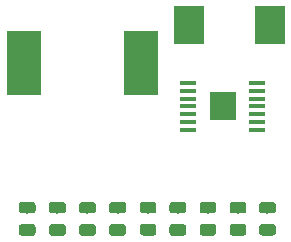
<source format=gbr>
G04 #@! TF.GenerationSoftware,KiCad,Pcbnew,(5.0.2)-1*
G04 #@! TF.CreationDate,2019-07-07T13:50:55+05:30*
G04 #@! TF.ProjectId,tps61500evm,74707336-3135-4303-9065-766d2e6b6963,rev?*
G04 #@! TF.SameCoordinates,Original*
G04 #@! TF.FileFunction,Paste,Top*
G04 #@! TF.FilePolarity,Positive*
%FSLAX46Y46*%
G04 Gerber Fmt 4.6, Leading zero omitted, Abs format (unit mm)*
G04 Created by KiCad (PCBNEW (5.0.2)-1) date 07/07/19 13:50:55*
%MOMM*%
%LPD*%
G01*
G04 APERTURE LIST*
%ADD10R,1.473200X0.355600*%
%ADD11R,2.311400X2.463800*%
%ADD12R,2.500000X3.300000*%
%ADD13C,0.100000*%
%ADD14C,0.975000*%
%ADD15R,2.900000X5.400000*%
G04 APERTURE END LIST*
D10*
G04 #@! TO.C,U1*
X48679000Y-24044200D03*
X48679000Y-24704600D03*
X48679000Y-25339600D03*
X48679000Y-26000000D03*
X48679000Y-26660400D03*
X48679000Y-27295400D03*
X48679000Y-27955800D03*
X54521000Y-27955800D03*
X54521000Y-27295400D03*
X54521000Y-26660400D03*
X54521000Y-26000000D03*
X54521000Y-25339600D03*
X54521000Y-24704600D03*
X54521000Y-24044200D03*
D11*
X51600000Y-26000000D03*
G04 #@! TD*
D12*
G04 #@! TO.C,D1*
X55590000Y-19080000D03*
X48790000Y-19080000D03*
G04 #@! TD*
D13*
G04 #@! TO.C,C1*
G36*
X35540142Y-34086174D02*
X35563803Y-34089684D01*
X35587007Y-34095496D01*
X35609529Y-34103554D01*
X35631153Y-34113782D01*
X35651670Y-34126079D01*
X35670883Y-34140329D01*
X35688607Y-34156393D01*
X35704671Y-34174117D01*
X35718921Y-34193330D01*
X35731218Y-34213847D01*
X35741446Y-34235471D01*
X35749504Y-34257993D01*
X35755316Y-34281197D01*
X35758826Y-34304858D01*
X35760000Y-34328750D01*
X35760000Y-34816250D01*
X35758826Y-34840142D01*
X35755316Y-34863803D01*
X35749504Y-34887007D01*
X35741446Y-34909529D01*
X35731218Y-34931153D01*
X35718921Y-34951670D01*
X35704671Y-34970883D01*
X35688607Y-34988607D01*
X35670883Y-35004671D01*
X35651670Y-35018921D01*
X35631153Y-35031218D01*
X35609529Y-35041446D01*
X35587007Y-35049504D01*
X35563803Y-35055316D01*
X35540142Y-35058826D01*
X35516250Y-35060000D01*
X34603750Y-35060000D01*
X34579858Y-35058826D01*
X34556197Y-35055316D01*
X34532993Y-35049504D01*
X34510471Y-35041446D01*
X34488847Y-35031218D01*
X34468330Y-35018921D01*
X34449117Y-35004671D01*
X34431393Y-34988607D01*
X34415329Y-34970883D01*
X34401079Y-34951670D01*
X34388782Y-34931153D01*
X34378554Y-34909529D01*
X34370496Y-34887007D01*
X34364684Y-34863803D01*
X34361174Y-34840142D01*
X34360000Y-34816250D01*
X34360000Y-34328750D01*
X34361174Y-34304858D01*
X34364684Y-34281197D01*
X34370496Y-34257993D01*
X34378554Y-34235471D01*
X34388782Y-34213847D01*
X34401079Y-34193330D01*
X34415329Y-34174117D01*
X34431393Y-34156393D01*
X34449117Y-34140329D01*
X34468330Y-34126079D01*
X34488847Y-34113782D01*
X34510471Y-34103554D01*
X34532993Y-34095496D01*
X34556197Y-34089684D01*
X34579858Y-34086174D01*
X34603750Y-34085000D01*
X35516250Y-34085000D01*
X35540142Y-34086174D01*
X35540142Y-34086174D01*
G37*
D14*
X35060000Y-34572500D03*
D13*
G36*
X35540142Y-35961174D02*
X35563803Y-35964684D01*
X35587007Y-35970496D01*
X35609529Y-35978554D01*
X35631153Y-35988782D01*
X35651670Y-36001079D01*
X35670883Y-36015329D01*
X35688607Y-36031393D01*
X35704671Y-36049117D01*
X35718921Y-36068330D01*
X35731218Y-36088847D01*
X35741446Y-36110471D01*
X35749504Y-36132993D01*
X35755316Y-36156197D01*
X35758826Y-36179858D01*
X35760000Y-36203750D01*
X35760000Y-36691250D01*
X35758826Y-36715142D01*
X35755316Y-36738803D01*
X35749504Y-36762007D01*
X35741446Y-36784529D01*
X35731218Y-36806153D01*
X35718921Y-36826670D01*
X35704671Y-36845883D01*
X35688607Y-36863607D01*
X35670883Y-36879671D01*
X35651670Y-36893921D01*
X35631153Y-36906218D01*
X35609529Y-36916446D01*
X35587007Y-36924504D01*
X35563803Y-36930316D01*
X35540142Y-36933826D01*
X35516250Y-36935000D01*
X34603750Y-36935000D01*
X34579858Y-36933826D01*
X34556197Y-36930316D01*
X34532993Y-36924504D01*
X34510471Y-36916446D01*
X34488847Y-36906218D01*
X34468330Y-36893921D01*
X34449117Y-36879671D01*
X34431393Y-36863607D01*
X34415329Y-36845883D01*
X34401079Y-36826670D01*
X34388782Y-36806153D01*
X34378554Y-36784529D01*
X34370496Y-36762007D01*
X34364684Y-36738803D01*
X34361174Y-36715142D01*
X34360000Y-36691250D01*
X34360000Y-36203750D01*
X34361174Y-36179858D01*
X34364684Y-36156197D01*
X34370496Y-36132993D01*
X34378554Y-36110471D01*
X34388782Y-36088847D01*
X34401079Y-36068330D01*
X34415329Y-36049117D01*
X34431393Y-36031393D01*
X34449117Y-36015329D01*
X34468330Y-36001079D01*
X34488847Y-35988782D01*
X34510471Y-35978554D01*
X34532993Y-35970496D01*
X34556197Y-35964684D01*
X34579858Y-35961174D01*
X34603750Y-35960000D01*
X35516250Y-35960000D01*
X35540142Y-35961174D01*
X35540142Y-35961174D01*
G37*
D14*
X35060000Y-36447500D03*
G04 #@! TD*
D13*
G04 #@! TO.C,R3*
G36*
X45780142Y-35951174D02*
X45803803Y-35954684D01*
X45827007Y-35960496D01*
X45849529Y-35968554D01*
X45871153Y-35978782D01*
X45891670Y-35991079D01*
X45910883Y-36005329D01*
X45928607Y-36021393D01*
X45944671Y-36039117D01*
X45958921Y-36058330D01*
X45971218Y-36078847D01*
X45981446Y-36100471D01*
X45989504Y-36122993D01*
X45995316Y-36146197D01*
X45998826Y-36169858D01*
X46000000Y-36193750D01*
X46000000Y-36681250D01*
X45998826Y-36705142D01*
X45995316Y-36728803D01*
X45989504Y-36752007D01*
X45981446Y-36774529D01*
X45971218Y-36796153D01*
X45958921Y-36816670D01*
X45944671Y-36835883D01*
X45928607Y-36853607D01*
X45910883Y-36869671D01*
X45891670Y-36883921D01*
X45871153Y-36896218D01*
X45849529Y-36906446D01*
X45827007Y-36914504D01*
X45803803Y-36920316D01*
X45780142Y-36923826D01*
X45756250Y-36925000D01*
X44843750Y-36925000D01*
X44819858Y-36923826D01*
X44796197Y-36920316D01*
X44772993Y-36914504D01*
X44750471Y-36906446D01*
X44728847Y-36896218D01*
X44708330Y-36883921D01*
X44689117Y-36869671D01*
X44671393Y-36853607D01*
X44655329Y-36835883D01*
X44641079Y-36816670D01*
X44628782Y-36796153D01*
X44618554Y-36774529D01*
X44610496Y-36752007D01*
X44604684Y-36728803D01*
X44601174Y-36705142D01*
X44600000Y-36681250D01*
X44600000Y-36193750D01*
X44601174Y-36169858D01*
X44604684Y-36146197D01*
X44610496Y-36122993D01*
X44618554Y-36100471D01*
X44628782Y-36078847D01*
X44641079Y-36058330D01*
X44655329Y-36039117D01*
X44671393Y-36021393D01*
X44689117Y-36005329D01*
X44708330Y-35991079D01*
X44728847Y-35978782D01*
X44750471Y-35968554D01*
X44772993Y-35960496D01*
X44796197Y-35954684D01*
X44819858Y-35951174D01*
X44843750Y-35950000D01*
X45756250Y-35950000D01*
X45780142Y-35951174D01*
X45780142Y-35951174D01*
G37*
D14*
X45300000Y-36437500D03*
D13*
G36*
X45780142Y-34076174D02*
X45803803Y-34079684D01*
X45827007Y-34085496D01*
X45849529Y-34093554D01*
X45871153Y-34103782D01*
X45891670Y-34116079D01*
X45910883Y-34130329D01*
X45928607Y-34146393D01*
X45944671Y-34164117D01*
X45958921Y-34183330D01*
X45971218Y-34203847D01*
X45981446Y-34225471D01*
X45989504Y-34247993D01*
X45995316Y-34271197D01*
X45998826Y-34294858D01*
X46000000Y-34318750D01*
X46000000Y-34806250D01*
X45998826Y-34830142D01*
X45995316Y-34853803D01*
X45989504Y-34877007D01*
X45981446Y-34899529D01*
X45971218Y-34921153D01*
X45958921Y-34941670D01*
X45944671Y-34960883D01*
X45928607Y-34978607D01*
X45910883Y-34994671D01*
X45891670Y-35008921D01*
X45871153Y-35021218D01*
X45849529Y-35031446D01*
X45827007Y-35039504D01*
X45803803Y-35045316D01*
X45780142Y-35048826D01*
X45756250Y-35050000D01*
X44843750Y-35050000D01*
X44819858Y-35048826D01*
X44796197Y-35045316D01*
X44772993Y-35039504D01*
X44750471Y-35031446D01*
X44728847Y-35021218D01*
X44708330Y-35008921D01*
X44689117Y-34994671D01*
X44671393Y-34978607D01*
X44655329Y-34960883D01*
X44641079Y-34941670D01*
X44628782Y-34921153D01*
X44618554Y-34899529D01*
X44610496Y-34877007D01*
X44604684Y-34853803D01*
X44601174Y-34830142D01*
X44600000Y-34806250D01*
X44600000Y-34318750D01*
X44601174Y-34294858D01*
X44604684Y-34271197D01*
X44610496Y-34247993D01*
X44618554Y-34225471D01*
X44628782Y-34203847D01*
X44641079Y-34183330D01*
X44655329Y-34164117D01*
X44671393Y-34146393D01*
X44689117Y-34130329D01*
X44708330Y-34116079D01*
X44728847Y-34103782D01*
X44750471Y-34093554D01*
X44772993Y-34085496D01*
X44796197Y-34079684D01*
X44819858Y-34076174D01*
X44843750Y-34075000D01*
X45756250Y-34075000D01*
X45780142Y-34076174D01*
X45780142Y-34076174D01*
G37*
D14*
X45300000Y-34562500D03*
G04 #@! TD*
D13*
G04 #@! TO.C,R2*
G36*
X50830142Y-34076174D02*
X50853803Y-34079684D01*
X50877007Y-34085496D01*
X50899529Y-34093554D01*
X50921153Y-34103782D01*
X50941670Y-34116079D01*
X50960883Y-34130329D01*
X50978607Y-34146393D01*
X50994671Y-34164117D01*
X51008921Y-34183330D01*
X51021218Y-34203847D01*
X51031446Y-34225471D01*
X51039504Y-34247993D01*
X51045316Y-34271197D01*
X51048826Y-34294858D01*
X51050000Y-34318750D01*
X51050000Y-34806250D01*
X51048826Y-34830142D01*
X51045316Y-34853803D01*
X51039504Y-34877007D01*
X51031446Y-34899529D01*
X51021218Y-34921153D01*
X51008921Y-34941670D01*
X50994671Y-34960883D01*
X50978607Y-34978607D01*
X50960883Y-34994671D01*
X50941670Y-35008921D01*
X50921153Y-35021218D01*
X50899529Y-35031446D01*
X50877007Y-35039504D01*
X50853803Y-35045316D01*
X50830142Y-35048826D01*
X50806250Y-35050000D01*
X49893750Y-35050000D01*
X49869858Y-35048826D01*
X49846197Y-35045316D01*
X49822993Y-35039504D01*
X49800471Y-35031446D01*
X49778847Y-35021218D01*
X49758330Y-35008921D01*
X49739117Y-34994671D01*
X49721393Y-34978607D01*
X49705329Y-34960883D01*
X49691079Y-34941670D01*
X49678782Y-34921153D01*
X49668554Y-34899529D01*
X49660496Y-34877007D01*
X49654684Y-34853803D01*
X49651174Y-34830142D01*
X49650000Y-34806250D01*
X49650000Y-34318750D01*
X49651174Y-34294858D01*
X49654684Y-34271197D01*
X49660496Y-34247993D01*
X49668554Y-34225471D01*
X49678782Y-34203847D01*
X49691079Y-34183330D01*
X49705329Y-34164117D01*
X49721393Y-34146393D01*
X49739117Y-34130329D01*
X49758330Y-34116079D01*
X49778847Y-34103782D01*
X49800471Y-34093554D01*
X49822993Y-34085496D01*
X49846197Y-34079684D01*
X49869858Y-34076174D01*
X49893750Y-34075000D01*
X50806250Y-34075000D01*
X50830142Y-34076174D01*
X50830142Y-34076174D01*
G37*
D14*
X50350000Y-34562500D03*
D13*
G36*
X50830142Y-35951174D02*
X50853803Y-35954684D01*
X50877007Y-35960496D01*
X50899529Y-35968554D01*
X50921153Y-35978782D01*
X50941670Y-35991079D01*
X50960883Y-36005329D01*
X50978607Y-36021393D01*
X50994671Y-36039117D01*
X51008921Y-36058330D01*
X51021218Y-36078847D01*
X51031446Y-36100471D01*
X51039504Y-36122993D01*
X51045316Y-36146197D01*
X51048826Y-36169858D01*
X51050000Y-36193750D01*
X51050000Y-36681250D01*
X51048826Y-36705142D01*
X51045316Y-36728803D01*
X51039504Y-36752007D01*
X51031446Y-36774529D01*
X51021218Y-36796153D01*
X51008921Y-36816670D01*
X50994671Y-36835883D01*
X50978607Y-36853607D01*
X50960883Y-36869671D01*
X50941670Y-36883921D01*
X50921153Y-36896218D01*
X50899529Y-36906446D01*
X50877007Y-36914504D01*
X50853803Y-36920316D01*
X50830142Y-36923826D01*
X50806250Y-36925000D01*
X49893750Y-36925000D01*
X49869858Y-36923826D01*
X49846197Y-36920316D01*
X49822993Y-36914504D01*
X49800471Y-36906446D01*
X49778847Y-36896218D01*
X49758330Y-36883921D01*
X49739117Y-36869671D01*
X49721393Y-36853607D01*
X49705329Y-36835883D01*
X49691079Y-36816670D01*
X49678782Y-36796153D01*
X49668554Y-36774529D01*
X49660496Y-36752007D01*
X49654684Y-36728803D01*
X49651174Y-36705142D01*
X49650000Y-36681250D01*
X49650000Y-36193750D01*
X49651174Y-36169858D01*
X49654684Y-36146197D01*
X49660496Y-36122993D01*
X49668554Y-36100471D01*
X49678782Y-36078847D01*
X49691079Y-36058330D01*
X49705329Y-36039117D01*
X49721393Y-36021393D01*
X49739117Y-36005329D01*
X49758330Y-35991079D01*
X49778847Y-35978782D01*
X49800471Y-35968554D01*
X49822993Y-35960496D01*
X49846197Y-35954684D01*
X49869858Y-35951174D01*
X49893750Y-35950000D01*
X50806250Y-35950000D01*
X50830142Y-35951174D01*
X50830142Y-35951174D01*
G37*
D14*
X50350000Y-36437500D03*
G04 #@! TD*
D13*
G04 #@! TO.C,C2*
G36*
X53380142Y-35951174D02*
X53403803Y-35954684D01*
X53427007Y-35960496D01*
X53449529Y-35968554D01*
X53471153Y-35978782D01*
X53491670Y-35991079D01*
X53510883Y-36005329D01*
X53528607Y-36021393D01*
X53544671Y-36039117D01*
X53558921Y-36058330D01*
X53571218Y-36078847D01*
X53581446Y-36100471D01*
X53589504Y-36122993D01*
X53595316Y-36146197D01*
X53598826Y-36169858D01*
X53600000Y-36193750D01*
X53600000Y-36681250D01*
X53598826Y-36705142D01*
X53595316Y-36728803D01*
X53589504Y-36752007D01*
X53581446Y-36774529D01*
X53571218Y-36796153D01*
X53558921Y-36816670D01*
X53544671Y-36835883D01*
X53528607Y-36853607D01*
X53510883Y-36869671D01*
X53491670Y-36883921D01*
X53471153Y-36896218D01*
X53449529Y-36906446D01*
X53427007Y-36914504D01*
X53403803Y-36920316D01*
X53380142Y-36923826D01*
X53356250Y-36925000D01*
X52443750Y-36925000D01*
X52419858Y-36923826D01*
X52396197Y-36920316D01*
X52372993Y-36914504D01*
X52350471Y-36906446D01*
X52328847Y-36896218D01*
X52308330Y-36883921D01*
X52289117Y-36869671D01*
X52271393Y-36853607D01*
X52255329Y-36835883D01*
X52241079Y-36816670D01*
X52228782Y-36796153D01*
X52218554Y-36774529D01*
X52210496Y-36752007D01*
X52204684Y-36728803D01*
X52201174Y-36705142D01*
X52200000Y-36681250D01*
X52200000Y-36193750D01*
X52201174Y-36169858D01*
X52204684Y-36146197D01*
X52210496Y-36122993D01*
X52218554Y-36100471D01*
X52228782Y-36078847D01*
X52241079Y-36058330D01*
X52255329Y-36039117D01*
X52271393Y-36021393D01*
X52289117Y-36005329D01*
X52308330Y-35991079D01*
X52328847Y-35978782D01*
X52350471Y-35968554D01*
X52372993Y-35960496D01*
X52396197Y-35954684D01*
X52419858Y-35951174D01*
X52443750Y-35950000D01*
X53356250Y-35950000D01*
X53380142Y-35951174D01*
X53380142Y-35951174D01*
G37*
D14*
X52900000Y-36437500D03*
D13*
G36*
X53380142Y-34076174D02*
X53403803Y-34079684D01*
X53427007Y-34085496D01*
X53449529Y-34093554D01*
X53471153Y-34103782D01*
X53491670Y-34116079D01*
X53510883Y-34130329D01*
X53528607Y-34146393D01*
X53544671Y-34164117D01*
X53558921Y-34183330D01*
X53571218Y-34203847D01*
X53581446Y-34225471D01*
X53589504Y-34247993D01*
X53595316Y-34271197D01*
X53598826Y-34294858D01*
X53600000Y-34318750D01*
X53600000Y-34806250D01*
X53598826Y-34830142D01*
X53595316Y-34853803D01*
X53589504Y-34877007D01*
X53581446Y-34899529D01*
X53571218Y-34921153D01*
X53558921Y-34941670D01*
X53544671Y-34960883D01*
X53528607Y-34978607D01*
X53510883Y-34994671D01*
X53491670Y-35008921D01*
X53471153Y-35021218D01*
X53449529Y-35031446D01*
X53427007Y-35039504D01*
X53403803Y-35045316D01*
X53380142Y-35048826D01*
X53356250Y-35050000D01*
X52443750Y-35050000D01*
X52419858Y-35048826D01*
X52396197Y-35045316D01*
X52372993Y-35039504D01*
X52350471Y-35031446D01*
X52328847Y-35021218D01*
X52308330Y-35008921D01*
X52289117Y-34994671D01*
X52271393Y-34978607D01*
X52255329Y-34960883D01*
X52241079Y-34941670D01*
X52228782Y-34921153D01*
X52218554Y-34899529D01*
X52210496Y-34877007D01*
X52204684Y-34853803D01*
X52201174Y-34830142D01*
X52200000Y-34806250D01*
X52200000Y-34318750D01*
X52201174Y-34294858D01*
X52204684Y-34271197D01*
X52210496Y-34247993D01*
X52218554Y-34225471D01*
X52228782Y-34203847D01*
X52241079Y-34183330D01*
X52255329Y-34164117D01*
X52271393Y-34146393D01*
X52289117Y-34130329D01*
X52308330Y-34116079D01*
X52328847Y-34103782D01*
X52350471Y-34093554D01*
X52372993Y-34085496D01*
X52396197Y-34079684D01*
X52419858Y-34076174D01*
X52443750Y-34075000D01*
X53356250Y-34075000D01*
X53380142Y-34076174D01*
X53380142Y-34076174D01*
G37*
D14*
X52900000Y-34562500D03*
G04 #@! TD*
D13*
G04 #@! TO.C,C3*
G36*
X40640142Y-34086174D02*
X40663803Y-34089684D01*
X40687007Y-34095496D01*
X40709529Y-34103554D01*
X40731153Y-34113782D01*
X40751670Y-34126079D01*
X40770883Y-34140329D01*
X40788607Y-34156393D01*
X40804671Y-34174117D01*
X40818921Y-34193330D01*
X40831218Y-34213847D01*
X40841446Y-34235471D01*
X40849504Y-34257993D01*
X40855316Y-34281197D01*
X40858826Y-34304858D01*
X40860000Y-34328750D01*
X40860000Y-34816250D01*
X40858826Y-34840142D01*
X40855316Y-34863803D01*
X40849504Y-34887007D01*
X40841446Y-34909529D01*
X40831218Y-34931153D01*
X40818921Y-34951670D01*
X40804671Y-34970883D01*
X40788607Y-34988607D01*
X40770883Y-35004671D01*
X40751670Y-35018921D01*
X40731153Y-35031218D01*
X40709529Y-35041446D01*
X40687007Y-35049504D01*
X40663803Y-35055316D01*
X40640142Y-35058826D01*
X40616250Y-35060000D01*
X39703750Y-35060000D01*
X39679858Y-35058826D01*
X39656197Y-35055316D01*
X39632993Y-35049504D01*
X39610471Y-35041446D01*
X39588847Y-35031218D01*
X39568330Y-35018921D01*
X39549117Y-35004671D01*
X39531393Y-34988607D01*
X39515329Y-34970883D01*
X39501079Y-34951670D01*
X39488782Y-34931153D01*
X39478554Y-34909529D01*
X39470496Y-34887007D01*
X39464684Y-34863803D01*
X39461174Y-34840142D01*
X39460000Y-34816250D01*
X39460000Y-34328750D01*
X39461174Y-34304858D01*
X39464684Y-34281197D01*
X39470496Y-34257993D01*
X39478554Y-34235471D01*
X39488782Y-34213847D01*
X39501079Y-34193330D01*
X39515329Y-34174117D01*
X39531393Y-34156393D01*
X39549117Y-34140329D01*
X39568330Y-34126079D01*
X39588847Y-34113782D01*
X39610471Y-34103554D01*
X39632993Y-34095496D01*
X39656197Y-34089684D01*
X39679858Y-34086174D01*
X39703750Y-34085000D01*
X40616250Y-34085000D01*
X40640142Y-34086174D01*
X40640142Y-34086174D01*
G37*
D14*
X40160000Y-34572500D03*
D13*
G36*
X40640142Y-35961174D02*
X40663803Y-35964684D01*
X40687007Y-35970496D01*
X40709529Y-35978554D01*
X40731153Y-35988782D01*
X40751670Y-36001079D01*
X40770883Y-36015329D01*
X40788607Y-36031393D01*
X40804671Y-36049117D01*
X40818921Y-36068330D01*
X40831218Y-36088847D01*
X40841446Y-36110471D01*
X40849504Y-36132993D01*
X40855316Y-36156197D01*
X40858826Y-36179858D01*
X40860000Y-36203750D01*
X40860000Y-36691250D01*
X40858826Y-36715142D01*
X40855316Y-36738803D01*
X40849504Y-36762007D01*
X40841446Y-36784529D01*
X40831218Y-36806153D01*
X40818921Y-36826670D01*
X40804671Y-36845883D01*
X40788607Y-36863607D01*
X40770883Y-36879671D01*
X40751670Y-36893921D01*
X40731153Y-36906218D01*
X40709529Y-36916446D01*
X40687007Y-36924504D01*
X40663803Y-36930316D01*
X40640142Y-36933826D01*
X40616250Y-36935000D01*
X39703750Y-36935000D01*
X39679858Y-36933826D01*
X39656197Y-36930316D01*
X39632993Y-36924504D01*
X39610471Y-36916446D01*
X39588847Y-36906218D01*
X39568330Y-36893921D01*
X39549117Y-36879671D01*
X39531393Y-36863607D01*
X39515329Y-36845883D01*
X39501079Y-36826670D01*
X39488782Y-36806153D01*
X39478554Y-36784529D01*
X39470496Y-36762007D01*
X39464684Y-36738803D01*
X39461174Y-36715142D01*
X39460000Y-36691250D01*
X39460000Y-36203750D01*
X39461174Y-36179858D01*
X39464684Y-36156197D01*
X39470496Y-36132993D01*
X39478554Y-36110471D01*
X39488782Y-36088847D01*
X39501079Y-36068330D01*
X39515329Y-36049117D01*
X39531393Y-36031393D01*
X39549117Y-36015329D01*
X39568330Y-36001079D01*
X39588847Y-35988782D01*
X39610471Y-35978554D01*
X39632993Y-35970496D01*
X39656197Y-35964684D01*
X39679858Y-35961174D01*
X39703750Y-35960000D01*
X40616250Y-35960000D01*
X40640142Y-35961174D01*
X40640142Y-35961174D01*
G37*
D14*
X40160000Y-36447500D03*
G04 #@! TD*
D13*
G04 #@! TO.C,C4*
G36*
X48280142Y-35961174D02*
X48303803Y-35964684D01*
X48327007Y-35970496D01*
X48349529Y-35978554D01*
X48371153Y-35988782D01*
X48391670Y-36001079D01*
X48410883Y-36015329D01*
X48428607Y-36031393D01*
X48444671Y-36049117D01*
X48458921Y-36068330D01*
X48471218Y-36088847D01*
X48481446Y-36110471D01*
X48489504Y-36132993D01*
X48495316Y-36156197D01*
X48498826Y-36179858D01*
X48500000Y-36203750D01*
X48500000Y-36691250D01*
X48498826Y-36715142D01*
X48495316Y-36738803D01*
X48489504Y-36762007D01*
X48481446Y-36784529D01*
X48471218Y-36806153D01*
X48458921Y-36826670D01*
X48444671Y-36845883D01*
X48428607Y-36863607D01*
X48410883Y-36879671D01*
X48391670Y-36893921D01*
X48371153Y-36906218D01*
X48349529Y-36916446D01*
X48327007Y-36924504D01*
X48303803Y-36930316D01*
X48280142Y-36933826D01*
X48256250Y-36935000D01*
X47343750Y-36935000D01*
X47319858Y-36933826D01*
X47296197Y-36930316D01*
X47272993Y-36924504D01*
X47250471Y-36916446D01*
X47228847Y-36906218D01*
X47208330Y-36893921D01*
X47189117Y-36879671D01*
X47171393Y-36863607D01*
X47155329Y-36845883D01*
X47141079Y-36826670D01*
X47128782Y-36806153D01*
X47118554Y-36784529D01*
X47110496Y-36762007D01*
X47104684Y-36738803D01*
X47101174Y-36715142D01*
X47100000Y-36691250D01*
X47100000Y-36203750D01*
X47101174Y-36179858D01*
X47104684Y-36156197D01*
X47110496Y-36132993D01*
X47118554Y-36110471D01*
X47128782Y-36088847D01*
X47141079Y-36068330D01*
X47155329Y-36049117D01*
X47171393Y-36031393D01*
X47189117Y-36015329D01*
X47208330Y-36001079D01*
X47228847Y-35988782D01*
X47250471Y-35978554D01*
X47272993Y-35970496D01*
X47296197Y-35964684D01*
X47319858Y-35961174D01*
X47343750Y-35960000D01*
X48256250Y-35960000D01*
X48280142Y-35961174D01*
X48280142Y-35961174D01*
G37*
D14*
X47800000Y-36447500D03*
D13*
G36*
X48280142Y-34086174D02*
X48303803Y-34089684D01*
X48327007Y-34095496D01*
X48349529Y-34103554D01*
X48371153Y-34113782D01*
X48391670Y-34126079D01*
X48410883Y-34140329D01*
X48428607Y-34156393D01*
X48444671Y-34174117D01*
X48458921Y-34193330D01*
X48471218Y-34213847D01*
X48481446Y-34235471D01*
X48489504Y-34257993D01*
X48495316Y-34281197D01*
X48498826Y-34304858D01*
X48500000Y-34328750D01*
X48500000Y-34816250D01*
X48498826Y-34840142D01*
X48495316Y-34863803D01*
X48489504Y-34887007D01*
X48481446Y-34909529D01*
X48471218Y-34931153D01*
X48458921Y-34951670D01*
X48444671Y-34970883D01*
X48428607Y-34988607D01*
X48410883Y-35004671D01*
X48391670Y-35018921D01*
X48371153Y-35031218D01*
X48349529Y-35041446D01*
X48327007Y-35049504D01*
X48303803Y-35055316D01*
X48280142Y-35058826D01*
X48256250Y-35060000D01*
X47343750Y-35060000D01*
X47319858Y-35058826D01*
X47296197Y-35055316D01*
X47272993Y-35049504D01*
X47250471Y-35041446D01*
X47228847Y-35031218D01*
X47208330Y-35018921D01*
X47189117Y-35004671D01*
X47171393Y-34988607D01*
X47155329Y-34970883D01*
X47141079Y-34951670D01*
X47128782Y-34931153D01*
X47118554Y-34909529D01*
X47110496Y-34887007D01*
X47104684Y-34863803D01*
X47101174Y-34840142D01*
X47100000Y-34816250D01*
X47100000Y-34328750D01*
X47101174Y-34304858D01*
X47104684Y-34281197D01*
X47110496Y-34257993D01*
X47118554Y-34235471D01*
X47128782Y-34213847D01*
X47141079Y-34193330D01*
X47155329Y-34174117D01*
X47171393Y-34156393D01*
X47189117Y-34140329D01*
X47208330Y-34126079D01*
X47228847Y-34113782D01*
X47250471Y-34103554D01*
X47272993Y-34095496D01*
X47296197Y-34089684D01*
X47319858Y-34086174D01*
X47343750Y-34085000D01*
X48256250Y-34085000D01*
X48280142Y-34086174D01*
X48280142Y-34086174D01*
G37*
D14*
X47800000Y-34572500D03*
G04 #@! TD*
D13*
G04 #@! TO.C,C5*
G36*
X43190142Y-34086174D02*
X43213803Y-34089684D01*
X43237007Y-34095496D01*
X43259529Y-34103554D01*
X43281153Y-34113782D01*
X43301670Y-34126079D01*
X43320883Y-34140329D01*
X43338607Y-34156393D01*
X43354671Y-34174117D01*
X43368921Y-34193330D01*
X43381218Y-34213847D01*
X43391446Y-34235471D01*
X43399504Y-34257993D01*
X43405316Y-34281197D01*
X43408826Y-34304858D01*
X43410000Y-34328750D01*
X43410000Y-34816250D01*
X43408826Y-34840142D01*
X43405316Y-34863803D01*
X43399504Y-34887007D01*
X43391446Y-34909529D01*
X43381218Y-34931153D01*
X43368921Y-34951670D01*
X43354671Y-34970883D01*
X43338607Y-34988607D01*
X43320883Y-35004671D01*
X43301670Y-35018921D01*
X43281153Y-35031218D01*
X43259529Y-35041446D01*
X43237007Y-35049504D01*
X43213803Y-35055316D01*
X43190142Y-35058826D01*
X43166250Y-35060000D01*
X42253750Y-35060000D01*
X42229858Y-35058826D01*
X42206197Y-35055316D01*
X42182993Y-35049504D01*
X42160471Y-35041446D01*
X42138847Y-35031218D01*
X42118330Y-35018921D01*
X42099117Y-35004671D01*
X42081393Y-34988607D01*
X42065329Y-34970883D01*
X42051079Y-34951670D01*
X42038782Y-34931153D01*
X42028554Y-34909529D01*
X42020496Y-34887007D01*
X42014684Y-34863803D01*
X42011174Y-34840142D01*
X42010000Y-34816250D01*
X42010000Y-34328750D01*
X42011174Y-34304858D01*
X42014684Y-34281197D01*
X42020496Y-34257993D01*
X42028554Y-34235471D01*
X42038782Y-34213847D01*
X42051079Y-34193330D01*
X42065329Y-34174117D01*
X42081393Y-34156393D01*
X42099117Y-34140329D01*
X42118330Y-34126079D01*
X42138847Y-34113782D01*
X42160471Y-34103554D01*
X42182993Y-34095496D01*
X42206197Y-34089684D01*
X42229858Y-34086174D01*
X42253750Y-34085000D01*
X43166250Y-34085000D01*
X43190142Y-34086174D01*
X43190142Y-34086174D01*
G37*
D14*
X42710000Y-34572500D03*
D13*
G36*
X43190142Y-35961174D02*
X43213803Y-35964684D01*
X43237007Y-35970496D01*
X43259529Y-35978554D01*
X43281153Y-35988782D01*
X43301670Y-36001079D01*
X43320883Y-36015329D01*
X43338607Y-36031393D01*
X43354671Y-36049117D01*
X43368921Y-36068330D01*
X43381218Y-36088847D01*
X43391446Y-36110471D01*
X43399504Y-36132993D01*
X43405316Y-36156197D01*
X43408826Y-36179858D01*
X43410000Y-36203750D01*
X43410000Y-36691250D01*
X43408826Y-36715142D01*
X43405316Y-36738803D01*
X43399504Y-36762007D01*
X43391446Y-36784529D01*
X43381218Y-36806153D01*
X43368921Y-36826670D01*
X43354671Y-36845883D01*
X43338607Y-36863607D01*
X43320883Y-36879671D01*
X43301670Y-36893921D01*
X43281153Y-36906218D01*
X43259529Y-36916446D01*
X43237007Y-36924504D01*
X43213803Y-36930316D01*
X43190142Y-36933826D01*
X43166250Y-36935000D01*
X42253750Y-36935000D01*
X42229858Y-36933826D01*
X42206197Y-36930316D01*
X42182993Y-36924504D01*
X42160471Y-36916446D01*
X42138847Y-36906218D01*
X42118330Y-36893921D01*
X42099117Y-36879671D01*
X42081393Y-36863607D01*
X42065329Y-36845883D01*
X42051079Y-36826670D01*
X42038782Y-36806153D01*
X42028554Y-36784529D01*
X42020496Y-36762007D01*
X42014684Y-36738803D01*
X42011174Y-36715142D01*
X42010000Y-36691250D01*
X42010000Y-36203750D01*
X42011174Y-36179858D01*
X42014684Y-36156197D01*
X42020496Y-36132993D01*
X42028554Y-36110471D01*
X42038782Y-36088847D01*
X42051079Y-36068330D01*
X42065329Y-36049117D01*
X42081393Y-36031393D01*
X42099117Y-36015329D01*
X42118330Y-36001079D01*
X42138847Y-35988782D01*
X42160471Y-35978554D01*
X42182993Y-35970496D01*
X42206197Y-35964684D01*
X42229858Y-35961174D01*
X42253750Y-35960000D01*
X43166250Y-35960000D01*
X43190142Y-35961174D01*
X43190142Y-35961174D01*
G37*
D14*
X42710000Y-36447500D03*
G04 #@! TD*
D13*
G04 #@! TO.C,C7*
G36*
X55880142Y-35951174D02*
X55903803Y-35954684D01*
X55927007Y-35960496D01*
X55949529Y-35968554D01*
X55971153Y-35978782D01*
X55991670Y-35991079D01*
X56010883Y-36005329D01*
X56028607Y-36021393D01*
X56044671Y-36039117D01*
X56058921Y-36058330D01*
X56071218Y-36078847D01*
X56081446Y-36100471D01*
X56089504Y-36122993D01*
X56095316Y-36146197D01*
X56098826Y-36169858D01*
X56100000Y-36193750D01*
X56100000Y-36681250D01*
X56098826Y-36705142D01*
X56095316Y-36728803D01*
X56089504Y-36752007D01*
X56081446Y-36774529D01*
X56071218Y-36796153D01*
X56058921Y-36816670D01*
X56044671Y-36835883D01*
X56028607Y-36853607D01*
X56010883Y-36869671D01*
X55991670Y-36883921D01*
X55971153Y-36896218D01*
X55949529Y-36906446D01*
X55927007Y-36914504D01*
X55903803Y-36920316D01*
X55880142Y-36923826D01*
X55856250Y-36925000D01*
X54943750Y-36925000D01*
X54919858Y-36923826D01*
X54896197Y-36920316D01*
X54872993Y-36914504D01*
X54850471Y-36906446D01*
X54828847Y-36896218D01*
X54808330Y-36883921D01*
X54789117Y-36869671D01*
X54771393Y-36853607D01*
X54755329Y-36835883D01*
X54741079Y-36816670D01*
X54728782Y-36796153D01*
X54718554Y-36774529D01*
X54710496Y-36752007D01*
X54704684Y-36728803D01*
X54701174Y-36705142D01*
X54700000Y-36681250D01*
X54700000Y-36193750D01*
X54701174Y-36169858D01*
X54704684Y-36146197D01*
X54710496Y-36122993D01*
X54718554Y-36100471D01*
X54728782Y-36078847D01*
X54741079Y-36058330D01*
X54755329Y-36039117D01*
X54771393Y-36021393D01*
X54789117Y-36005329D01*
X54808330Y-35991079D01*
X54828847Y-35978782D01*
X54850471Y-35968554D01*
X54872993Y-35960496D01*
X54896197Y-35954684D01*
X54919858Y-35951174D01*
X54943750Y-35950000D01*
X55856250Y-35950000D01*
X55880142Y-35951174D01*
X55880142Y-35951174D01*
G37*
D14*
X55400000Y-36437500D03*
D13*
G36*
X55880142Y-34076174D02*
X55903803Y-34079684D01*
X55927007Y-34085496D01*
X55949529Y-34093554D01*
X55971153Y-34103782D01*
X55991670Y-34116079D01*
X56010883Y-34130329D01*
X56028607Y-34146393D01*
X56044671Y-34164117D01*
X56058921Y-34183330D01*
X56071218Y-34203847D01*
X56081446Y-34225471D01*
X56089504Y-34247993D01*
X56095316Y-34271197D01*
X56098826Y-34294858D01*
X56100000Y-34318750D01*
X56100000Y-34806250D01*
X56098826Y-34830142D01*
X56095316Y-34853803D01*
X56089504Y-34877007D01*
X56081446Y-34899529D01*
X56071218Y-34921153D01*
X56058921Y-34941670D01*
X56044671Y-34960883D01*
X56028607Y-34978607D01*
X56010883Y-34994671D01*
X55991670Y-35008921D01*
X55971153Y-35021218D01*
X55949529Y-35031446D01*
X55927007Y-35039504D01*
X55903803Y-35045316D01*
X55880142Y-35048826D01*
X55856250Y-35050000D01*
X54943750Y-35050000D01*
X54919858Y-35048826D01*
X54896197Y-35045316D01*
X54872993Y-35039504D01*
X54850471Y-35031446D01*
X54828847Y-35021218D01*
X54808330Y-35008921D01*
X54789117Y-34994671D01*
X54771393Y-34978607D01*
X54755329Y-34960883D01*
X54741079Y-34941670D01*
X54728782Y-34921153D01*
X54718554Y-34899529D01*
X54710496Y-34877007D01*
X54704684Y-34853803D01*
X54701174Y-34830142D01*
X54700000Y-34806250D01*
X54700000Y-34318750D01*
X54701174Y-34294858D01*
X54704684Y-34271197D01*
X54710496Y-34247993D01*
X54718554Y-34225471D01*
X54728782Y-34203847D01*
X54741079Y-34183330D01*
X54755329Y-34164117D01*
X54771393Y-34146393D01*
X54789117Y-34130329D01*
X54808330Y-34116079D01*
X54828847Y-34103782D01*
X54850471Y-34093554D01*
X54872993Y-34085496D01*
X54896197Y-34079684D01*
X54919858Y-34076174D01*
X54943750Y-34075000D01*
X55856250Y-34075000D01*
X55880142Y-34076174D01*
X55880142Y-34076174D01*
G37*
D14*
X55400000Y-34562500D03*
G04 #@! TD*
D13*
G04 #@! TO.C,C6*
G36*
X38090142Y-34086174D02*
X38113803Y-34089684D01*
X38137007Y-34095496D01*
X38159529Y-34103554D01*
X38181153Y-34113782D01*
X38201670Y-34126079D01*
X38220883Y-34140329D01*
X38238607Y-34156393D01*
X38254671Y-34174117D01*
X38268921Y-34193330D01*
X38281218Y-34213847D01*
X38291446Y-34235471D01*
X38299504Y-34257993D01*
X38305316Y-34281197D01*
X38308826Y-34304858D01*
X38310000Y-34328750D01*
X38310000Y-34816250D01*
X38308826Y-34840142D01*
X38305316Y-34863803D01*
X38299504Y-34887007D01*
X38291446Y-34909529D01*
X38281218Y-34931153D01*
X38268921Y-34951670D01*
X38254671Y-34970883D01*
X38238607Y-34988607D01*
X38220883Y-35004671D01*
X38201670Y-35018921D01*
X38181153Y-35031218D01*
X38159529Y-35041446D01*
X38137007Y-35049504D01*
X38113803Y-35055316D01*
X38090142Y-35058826D01*
X38066250Y-35060000D01*
X37153750Y-35060000D01*
X37129858Y-35058826D01*
X37106197Y-35055316D01*
X37082993Y-35049504D01*
X37060471Y-35041446D01*
X37038847Y-35031218D01*
X37018330Y-35018921D01*
X36999117Y-35004671D01*
X36981393Y-34988607D01*
X36965329Y-34970883D01*
X36951079Y-34951670D01*
X36938782Y-34931153D01*
X36928554Y-34909529D01*
X36920496Y-34887007D01*
X36914684Y-34863803D01*
X36911174Y-34840142D01*
X36910000Y-34816250D01*
X36910000Y-34328750D01*
X36911174Y-34304858D01*
X36914684Y-34281197D01*
X36920496Y-34257993D01*
X36928554Y-34235471D01*
X36938782Y-34213847D01*
X36951079Y-34193330D01*
X36965329Y-34174117D01*
X36981393Y-34156393D01*
X36999117Y-34140329D01*
X37018330Y-34126079D01*
X37038847Y-34113782D01*
X37060471Y-34103554D01*
X37082993Y-34095496D01*
X37106197Y-34089684D01*
X37129858Y-34086174D01*
X37153750Y-34085000D01*
X38066250Y-34085000D01*
X38090142Y-34086174D01*
X38090142Y-34086174D01*
G37*
D14*
X37610000Y-34572500D03*
D13*
G36*
X38090142Y-35961174D02*
X38113803Y-35964684D01*
X38137007Y-35970496D01*
X38159529Y-35978554D01*
X38181153Y-35988782D01*
X38201670Y-36001079D01*
X38220883Y-36015329D01*
X38238607Y-36031393D01*
X38254671Y-36049117D01*
X38268921Y-36068330D01*
X38281218Y-36088847D01*
X38291446Y-36110471D01*
X38299504Y-36132993D01*
X38305316Y-36156197D01*
X38308826Y-36179858D01*
X38310000Y-36203750D01*
X38310000Y-36691250D01*
X38308826Y-36715142D01*
X38305316Y-36738803D01*
X38299504Y-36762007D01*
X38291446Y-36784529D01*
X38281218Y-36806153D01*
X38268921Y-36826670D01*
X38254671Y-36845883D01*
X38238607Y-36863607D01*
X38220883Y-36879671D01*
X38201670Y-36893921D01*
X38181153Y-36906218D01*
X38159529Y-36916446D01*
X38137007Y-36924504D01*
X38113803Y-36930316D01*
X38090142Y-36933826D01*
X38066250Y-36935000D01*
X37153750Y-36935000D01*
X37129858Y-36933826D01*
X37106197Y-36930316D01*
X37082993Y-36924504D01*
X37060471Y-36916446D01*
X37038847Y-36906218D01*
X37018330Y-36893921D01*
X36999117Y-36879671D01*
X36981393Y-36863607D01*
X36965329Y-36845883D01*
X36951079Y-36826670D01*
X36938782Y-36806153D01*
X36928554Y-36784529D01*
X36920496Y-36762007D01*
X36914684Y-36738803D01*
X36911174Y-36715142D01*
X36910000Y-36691250D01*
X36910000Y-36203750D01*
X36911174Y-36179858D01*
X36914684Y-36156197D01*
X36920496Y-36132993D01*
X36928554Y-36110471D01*
X36938782Y-36088847D01*
X36951079Y-36068330D01*
X36965329Y-36049117D01*
X36981393Y-36031393D01*
X36999117Y-36015329D01*
X37018330Y-36001079D01*
X37038847Y-35988782D01*
X37060471Y-35978554D01*
X37082993Y-35970496D01*
X37106197Y-35964684D01*
X37129858Y-35961174D01*
X37153750Y-35960000D01*
X38066250Y-35960000D01*
X38090142Y-35961174D01*
X38090142Y-35961174D01*
G37*
D14*
X37610000Y-36447500D03*
G04 #@! TD*
D15*
G04 #@! TO.C,L1*
X34790000Y-22300000D03*
X44690000Y-22300000D03*
G04 #@! TD*
M02*

</source>
